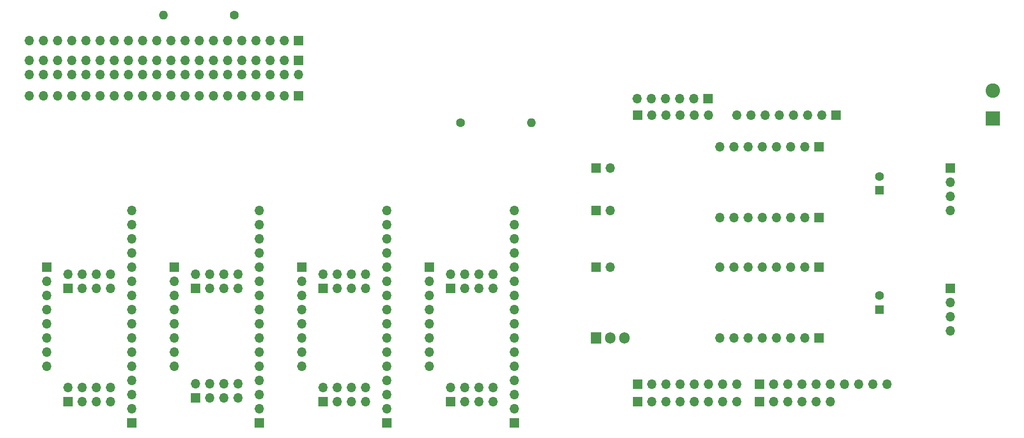
<source format=gbr>
%TF.GenerationSoftware,KiCad,Pcbnew,(6.0.10)*%
%TF.CreationDate,2025-04-13T20:47:06+02:00*%
%TF.ProjectId,pcb_shield,7063625f-7368-4696-956c-642e6b696361,1.0*%
%TF.SameCoordinates,Original*%
%TF.FileFunction,Soldermask,Bot*%
%TF.FilePolarity,Negative*%
%FSLAX46Y46*%
G04 Gerber Fmt 4.6, Leading zero omitted, Abs format (unit mm)*
G04 Created by KiCad (PCBNEW (6.0.10)) date 2025-04-13 20:47:06*
%MOMM*%
%LPD*%
G01*
G04 APERTURE LIST*
%ADD10C,1.600000*%
%ADD11O,1.600000X1.600000*%
%ADD12R,1.700000X1.700000*%
%ADD13O,1.700000X1.700000*%
%ADD14R,2.600000X2.600000*%
%ADD15C,2.600000*%
%ADD16R,1.600000X1.600000*%
%ADD17R,1.905000X2.000000*%
%ADD18O,1.905000X2.000000*%
G04 APERTURE END LIST*
D10*
%TO.C,R2*%
X148428000Y-71893000D03*
D11*
X161128000Y-71893000D03*
%TD*%
D10*
%TO.C,R1*%
X107858000Y-52553000D03*
D11*
X95158000Y-52553000D03*
%TD*%
D12*
%TO.C,A2.3*%
X215748000Y-70523000D03*
D13*
X213208000Y-70523000D03*
X210668000Y-70523000D03*
X208128000Y-70523000D03*
X205588000Y-70523000D03*
X203048000Y-70523000D03*
X200508000Y-70523000D03*
X197968000Y-70523000D03*
%TD*%
D12*
%TO.C,A2.4*%
X180188000Y-70513000D03*
D13*
X182728000Y-70513000D03*
X185268000Y-70513000D03*
X187808000Y-70513000D03*
X190348000Y-70513000D03*
X192888000Y-70513000D03*
%TD*%
D12*
%TO.C,A2.2*%
X202028000Y-118783000D03*
D13*
X204568000Y-118783000D03*
X207108000Y-118783000D03*
X209648000Y-118783000D03*
X212188000Y-118783000D03*
X214728000Y-118783000D03*
X217268000Y-118783000D03*
X219808000Y-118783000D03*
X222348000Y-118783000D03*
X224888000Y-118783000D03*
%TD*%
D12*
%TO.C,A2.1*%
X180188000Y-118783000D03*
D13*
X182728000Y-118783000D03*
X185268000Y-118783000D03*
X187808000Y-118783000D03*
X190348000Y-118783000D03*
X192888000Y-118783000D03*
X195428000Y-118783000D03*
X197968000Y-118783000D03*
%TD*%
D12*
%TO.C,A4.2*%
X212728000Y-97783000D03*
D13*
X210188000Y-97783000D03*
X207648000Y-97783000D03*
X205108000Y-97783000D03*
X202568000Y-97783000D03*
X200028000Y-97783000D03*
X197488000Y-97783000D03*
X194948000Y-97783000D03*
%TD*%
D12*
%TO.C,A4.1*%
X212718000Y-110483000D03*
D13*
X210178000Y-110483000D03*
X207638000Y-110483000D03*
X205098000Y-110483000D03*
X202558000Y-110483000D03*
X200018000Y-110483000D03*
X197478000Y-110483000D03*
X194938000Y-110483000D03*
%TD*%
%TO.C,A3.2*%
X194948000Y-76193000D03*
X197488000Y-76193000D03*
X200028000Y-76193000D03*
X202568000Y-76193000D03*
X205108000Y-76193000D03*
X207648000Y-76193000D03*
X210188000Y-76193000D03*
D12*
X212728000Y-76193000D03*
%TD*%
D13*
%TO.C,A3.1*%
X194948000Y-88893000D03*
X197488000Y-88893000D03*
X200028000Y-88893000D03*
X202568000Y-88893000D03*
X205108000Y-88893000D03*
X207648000Y-88893000D03*
X210188000Y-88893000D03*
D12*
X212728000Y-88893000D03*
%TD*%
%TO.C,U4.2*%
X142878000Y-97793000D03*
D13*
X142878000Y-100333000D03*
X142878000Y-102873000D03*
X142878000Y-105413000D03*
X142878000Y-107953000D03*
X142878000Y-110493000D03*
X142878000Y-113033000D03*
X142878000Y-115573000D03*
%TD*%
D12*
%TO.C,U4.1*%
X158118000Y-125723000D03*
D13*
X158118000Y-123183000D03*
X158118000Y-120643000D03*
X158118000Y-118103000D03*
X158118000Y-115563000D03*
X158118000Y-113023000D03*
X158118000Y-110483000D03*
X158118000Y-107943000D03*
X158118000Y-105403000D03*
X158118000Y-102863000D03*
X158118000Y-100323000D03*
X158118000Y-97783000D03*
X158118000Y-95243000D03*
X158118000Y-92703000D03*
X158118000Y-90163000D03*
X158118000Y-87623000D03*
%TD*%
D12*
%TO.C,U3.2*%
X120028000Y-97793000D03*
D13*
X120028000Y-100333000D03*
X120028000Y-102873000D03*
X120028000Y-105413000D03*
X120028000Y-107953000D03*
X120028000Y-110493000D03*
X120028000Y-113033000D03*
X120028000Y-115573000D03*
%TD*%
D12*
%TO.C,U3.1*%
X135268000Y-125733000D03*
D13*
X135268000Y-123193000D03*
X135268000Y-120653000D03*
X135268000Y-118113000D03*
X135268000Y-115573000D03*
X135268000Y-113033000D03*
X135268000Y-110493000D03*
X135268000Y-107953000D03*
X135268000Y-105413000D03*
X135268000Y-102873000D03*
X135268000Y-100333000D03*
X135268000Y-97793000D03*
X135268000Y-95253000D03*
X135268000Y-92713000D03*
X135268000Y-90173000D03*
X135268000Y-87633000D03*
%TD*%
%TO.C,U2.2*%
X97158000Y-115573000D03*
X97158000Y-113033000D03*
X97158000Y-110493000D03*
X97158000Y-107953000D03*
X97158000Y-105413000D03*
X97158000Y-102873000D03*
X97158000Y-100333000D03*
D12*
X97158000Y-97793000D03*
%TD*%
%TO.C,U2.1*%
X112398000Y-125733000D03*
D13*
X112398000Y-123193000D03*
X112398000Y-120653000D03*
X112398000Y-118113000D03*
X112398000Y-115573000D03*
X112398000Y-113033000D03*
X112398000Y-110493000D03*
X112398000Y-107953000D03*
X112398000Y-105413000D03*
X112398000Y-102873000D03*
X112398000Y-100333000D03*
X112398000Y-97793000D03*
X112398000Y-95253000D03*
X112398000Y-92713000D03*
X112398000Y-90173000D03*
X112398000Y-87633000D03*
%TD*%
D12*
%TO.C,U1.2*%
X74298000Y-97793000D03*
D13*
X74298000Y-100333000D03*
X74298000Y-102873000D03*
X74298000Y-105413000D03*
X74298000Y-107953000D03*
X74298000Y-110493000D03*
X74298000Y-113033000D03*
X74298000Y-115573000D03*
%TD*%
D12*
%TO.C,U1.1*%
X89538000Y-125733000D03*
D13*
X89538000Y-123193000D03*
X89538000Y-120653000D03*
X89538000Y-118113000D03*
X89538000Y-115573000D03*
X89538000Y-113033000D03*
X89538000Y-110493000D03*
X89538000Y-107953000D03*
X89538000Y-105413000D03*
X89538000Y-102873000D03*
X89538000Y-100333000D03*
X89538000Y-97793000D03*
X89538000Y-95253000D03*
X89538000Y-92713000D03*
X89538000Y-90173000D03*
X89538000Y-87633000D03*
%TD*%
D14*
%TO.C,J14*%
X243840000Y-71120000D03*
D15*
X243840000Y-66120000D03*
%TD*%
D12*
%TO.C,J4*%
X100975000Y-101600000D03*
D13*
X100975000Y-99060000D03*
X103515000Y-101600000D03*
X103515000Y-99060000D03*
X106055000Y-101600000D03*
X106055000Y-99060000D03*
X108595000Y-101600000D03*
X108595000Y-99060000D03*
%TD*%
D12*
%TO.C,J12*%
X172720000Y-87630000D03*
D13*
X175260000Y-87630000D03*
%TD*%
%TO.C,J15*%
X71120000Y-67081000D03*
X73660000Y-67081000D03*
X76200000Y-67081000D03*
X78740000Y-67081000D03*
X81280000Y-67081000D03*
X83820000Y-67081000D03*
X86360000Y-67081000D03*
X88900000Y-67081000D03*
X91440000Y-67081000D03*
X93980000Y-67081000D03*
X96520000Y-67081000D03*
X99060000Y-67081000D03*
X101600000Y-67081000D03*
X104140000Y-67081000D03*
X106680000Y-67081000D03*
X109220000Y-67081000D03*
X111760000Y-67081000D03*
X114300000Y-67081000D03*
X116840000Y-67081000D03*
D12*
X119380000Y-67081000D03*
%TD*%
%TO.C,J2*%
X78115000Y-101605000D03*
D13*
X78115000Y-99065000D03*
X80655000Y-101605000D03*
X80655000Y-99065000D03*
X83195000Y-101605000D03*
X83195000Y-99065000D03*
X85735000Y-101605000D03*
X85735000Y-99065000D03*
%TD*%
D12*
%TO.C,J19*%
X192840000Y-67564000D03*
D13*
X190300000Y-67564000D03*
X187760000Y-67564000D03*
X185220000Y-67564000D03*
X182680000Y-67564000D03*
X180140000Y-67564000D03*
%TD*%
D16*
%TO.C,C1*%
X223520000Y-84020000D03*
D10*
X223520000Y-81520000D03*
%TD*%
D12*
%TO.C,J6*%
X123825000Y-101630000D03*
D13*
X123825000Y-99090000D03*
X126365000Y-101630000D03*
X126365000Y-99090000D03*
X128905000Y-101630000D03*
X128905000Y-99090000D03*
X131445000Y-101630000D03*
X131445000Y-99090000D03*
%TD*%
D12*
%TO.C,J13*%
X172720000Y-80010000D03*
D13*
X175260000Y-80010000D03*
%TD*%
D12*
%TO.C,J3*%
X100975000Y-121290000D03*
D13*
X100975000Y-118750000D03*
X103515000Y-121290000D03*
X103515000Y-118750000D03*
X106055000Y-121290000D03*
X106055000Y-118750000D03*
X108595000Y-121290000D03*
X108595000Y-118750000D03*
%TD*%
D12*
%TO.C,J9*%
X172720000Y-97790000D03*
D13*
X175260000Y-97790000D03*
%TD*%
D12*
%TO.C,J18*%
X202030000Y-121920000D03*
D13*
X204570000Y-121920000D03*
X207110000Y-121920000D03*
X209650000Y-121920000D03*
X212190000Y-121920000D03*
X214730000Y-121920000D03*
%TD*%
D12*
%TO.C,J16*%
X119380000Y-57150000D03*
D13*
X116840000Y-57150000D03*
X114300000Y-57150000D03*
X111760000Y-57150000D03*
X109220000Y-57150000D03*
X106680000Y-57150000D03*
X104140000Y-57150000D03*
X101600000Y-57150000D03*
X99060000Y-57150000D03*
X96520000Y-57150000D03*
X93980000Y-57150000D03*
X91440000Y-57150000D03*
X88900000Y-57150000D03*
X86360000Y-57150000D03*
X83820000Y-57150000D03*
X81280000Y-57150000D03*
X78740000Y-57150000D03*
X76200000Y-57150000D03*
X73660000Y-57150000D03*
X71120000Y-57150000D03*
%TD*%
D17*
%TO.C,Q1*%
X172720000Y-110490000D03*
D18*
X175260000Y-110490000D03*
X177800000Y-110490000D03*
%TD*%
D12*
%TO.C,J8*%
X146685000Y-101600000D03*
D13*
X146685000Y-99060000D03*
X149225000Y-101600000D03*
X149225000Y-99060000D03*
X151765000Y-101600000D03*
X151765000Y-99060000D03*
X154305000Y-101600000D03*
X154305000Y-99060000D03*
%TD*%
D16*
%TO.C,C2*%
X223520000Y-105410000D03*
D10*
X223520000Y-102910000D03*
%TD*%
D12*
%TO.C,J10*%
X236220000Y-80030000D03*
D13*
X236220000Y-82570000D03*
X236220000Y-85110000D03*
X236220000Y-87650000D03*
%TD*%
D12*
%TO.C,J5*%
X123835000Y-121920000D03*
D13*
X123835000Y-119380000D03*
X126375000Y-121920000D03*
X126375000Y-119380000D03*
X128915000Y-121920000D03*
X128915000Y-119380000D03*
X131455000Y-121920000D03*
X131455000Y-119380000D03*
%TD*%
D12*
%TO.C,J1*%
X78115000Y-121925000D03*
D13*
X78115000Y-119385000D03*
X80655000Y-121925000D03*
X80655000Y-119385000D03*
X83195000Y-121925000D03*
X83195000Y-119385000D03*
X85735000Y-121925000D03*
X85735000Y-119385000D03*
%TD*%
D12*
%TO.C,J7*%
X146685000Y-121920000D03*
D13*
X146685000Y-119380000D03*
X149225000Y-121920000D03*
X149225000Y-119380000D03*
X151765000Y-121920000D03*
X151765000Y-119380000D03*
X154305000Y-121920000D03*
X154305000Y-119380000D03*
%TD*%
D12*
%TO.C,J11*%
X236220000Y-101600000D03*
D13*
X236220000Y-104140000D03*
X236220000Y-106680000D03*
X236220000Y-109220000D03*
%TD*%
D12*
%TO.C,J17*%
X180190000Y-121920000D03*
D13*
X182730000Y-121920000D03*
X185270000Y-121920000D03*
X187810000Y-121920000D03*
X190350000Y-121920000D03*
X192890000Y-121920000D03*
X195430000Y-121920000D03*
X197970000Y-121920000D03*
%TD*%
%TO.C,A1*%
X119380000Y-63246000D03*
X116840000Y-63246000D03*
X114300000Y-63246000D03*
X111760000Y-63246000D03*
X109220000Y-63246000D03*
X106680000Y-63246000D03*
X104140000Y-63246000D03*
X101600000Y-63246000D03*
X99060000Y-63246000D03*
X96520000Y-63246000D03*
X93980000Y-63246000D03*
X91440000Y-63246000D03*
X88900000Y-63246000D03*
X86360000Y-63246000D03*
X83820000Y-63246000D03*
X81280000Y-63246000D03*
X78740000Y-63246000D03*
X76200000Y-63246000D03*
X73660000Y-63246000D03*
X71120000Y-63246000D03*
D12*
X119380000Y-60706000D03*
D13*
X116840000Y-60706000D03*
X114300000Y-60706000D03*
X111760000Y-60706000D03*
X109220000Y-60706000D03*
X106680000Y-60706000D03*
X104140000Y-60706000D03*
X101600000Y-60706000D03*
X99060000Y-60706000D03*
X96520000Y-60706000D03*
X93980000Y-60706000D03*
X91440000Y-60706000D03*
X88900000Y-60706000D03*
X86360000Y-60706000D03*
X83820000Y-60706000D03*
X81280000Y-60706000D03*
X78740000Y-60706000D03*
X76200000Y-60706000D03*
X73660000Y-60706000D03*
X71120000Y-60706000D03*
%TD*%
M02*

</source>
